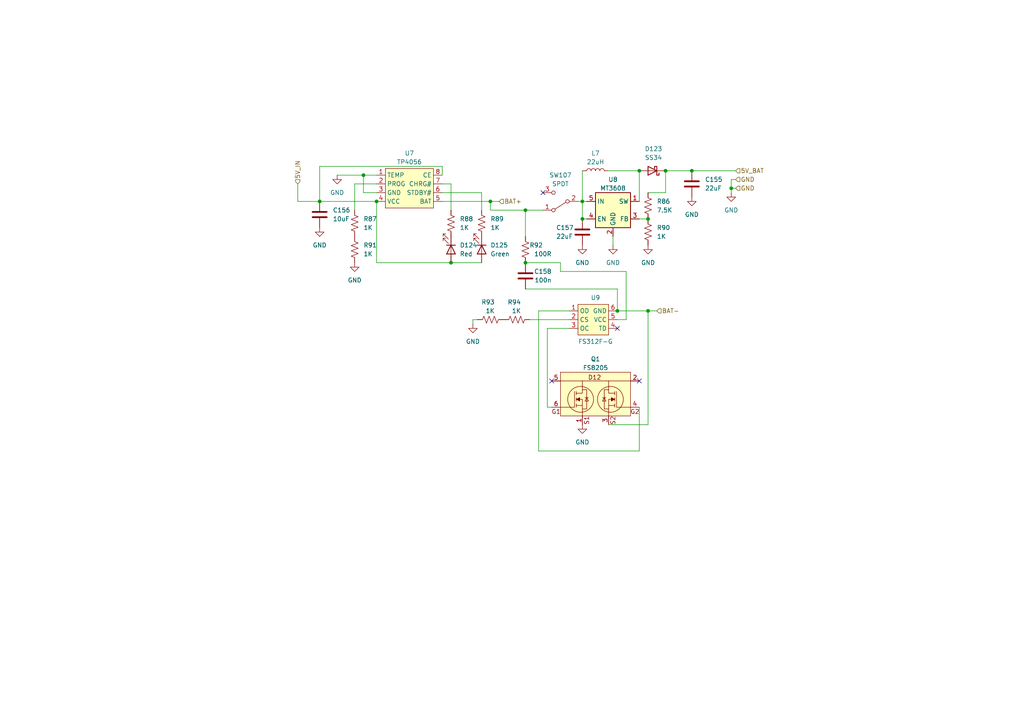
<source format=kicad_sch>
(kicad_sch (version 20211123) (generator eeschema)
  (paper "A4")
  (lib_symbols
    (symbol "Device:C" (pin_numbers hide) (pin_names (offset 0.254))
      (property "Reference" "C" (at 0.635 2.54 0))
      (property "Value" "C" (at 0.635 -2.54 0))
      (symbol "C_0_1"
        (polyline (pts (xy -2.032 -0.762) (xy 2.032 -0.762)) (stroke (width 0.508)))
        (polyline (pts (xy -2.032 0.762) (xy 2.032 0.762)) (stroke (width 0.508)))
      )
      (symbol "C_1_1"
        (pin passive line (at 0 3.81 270) (length 2.794) (name "~") (number "1"))
        (pin passive line (at 0 -3.81 90) (length 2.794) (name "~") (number "2"))
      )
    )
    (symbol "Device:D_Schottky" (pin_numbers hide) (pin_names (offset 1.016) hide)
      (property "Reference" "D" (at 0 2.54 0))
      (property "Value" "D_Schottky" (at 0 -2.54 0))
      (symbol "D_Schottky_0_1"
        (polyline (pts (xy 1.27 0) (xy -1.27 0)))
        (polyline (pts (xy 1.27 1.27) (xy 1.27 -1.27) (xy -1.27 0) (xy 1.27 1.27)) (stroke (width 0.254)))
        (polyline (pts (xy -1.905 0.635) (xy -1.905 1.27) (xy -1.27 1.27) (xy -1.27 -1.27) (xy -0.635 -1.27) (xy -0.635 -0.635)) (stroke (width 0.254)))
      )
      (symbol "D_Schottky_1_1"
        (pin passive line (at -3.81 0 0) (length 2.54) (name "K") (number "1"))
        (pin passive line (at 3.81 0 180) (length 2.54) (name "A") (number "2"))
      )
    )
    (symbol "Device:L" (pin_numbers hide) (pin_names (offset 1.016) hide)
      (property "Reference" "L" (at -1.27 0 90))
      (property "Value" "L" (at 1.905 0 90))
      (symbol "L_0_1"
        (arc (start 0 -2.54) (mid 0.635 -1.905) (end 0 -1.27))
        (arc (start 0 -1.27) (mid 0.635 -0.635) (end 0 0))
        (arc (start 0 0) (mid 0.635 0.635) (end 0 1.27))
        (arc (start 0 1.27) (mid 0.635 1.905) (end 0 2.54))
      )
      (symbol "L_1_1"
        (pin passive line (at 0 3.81 270) (length 1.27) (name "1") (number "1"))
        (pin passive line (at 0 -3.81 90) (length 1.27) (name "2") (number "2"))
      )
    )
    (symbol "Device:LED" (pin_numbers hide) (pin_names (offset 1.016) hide)
      (property "Reference" "D" (at 0 2.54 0))
      (property "Value" "LED" (at 0 -2.54 0))
      (symbol "LED_0_1"
        (polyline (pts (xy -1.27 -1.27) (xy -1.27 1.27)) (stroke (width 0.254)))
        (polyline (pts (xy -1.27 0) (xy 1.27 0)))
        (polyline (pts (xy 1.27 -1.27) (xy 1.27 1.27) (xy -1.27 0) (xy 1.27 -1.27)) (stroke (width 0.254)))
        (polyline (pts (xy -3.048 -0.762) (xy -4.572 -2.286) (xy -3.81 -2.286) (xy -4.572 -2.286) (xy -4.572 -1.524)))
        (polyline (pts (xy -1.778 -0.762) (xy -3.302 -2.286) (xy -2.54 -2.286) (xy -3.302 -2.286) (xy -3.302 -1.524)))
      )
      (symbol "LED_1_1"
        (pin passive line (at -3.81 0 0) (length 2.54) (name "K") (number "1"))
        (pin passive line (at 3.81 0 180) (length 2.54) (name "A") (number "2"))
      )
    )
    (symbol "Device:R_US" (pin_numbers hide) (pin_names (offset 0))
      (property "Reference" "R" (at 2.54 0 90))
      (property "Value" "R_US" (at -2.54 0 90))
      (symbol "R_US_0_1"
        (polyline (pts (xy 0 -2.286) (xy 0 -2.54)))
        (polyline (pts (xy 0 2.286) (xy 0 2.54)))
        (polyline (pts (xy 0 -0.762) (xy 1.016 -1.143) (xy 0 -1.524) (xy -1.016 -1.905) (xy 0 -2.286)))
        (polyline (pts (xy 0 0.762) (xy 1.016 0.381) (xy 0 0) (xy -1.016 -0.381) (xy 0 -0.762)))
        (polyline (pts (xy 0 2.286) (xy 1.016 1.905) (xy 0 1.524) (xy -1.016 1.143) (xy 0 0.762)))
      )
      (symbol "R_US_1_1"
        (pin passive line (at 0 3.81 270) (length 1.27) (name "~") (number "1"))
        (pin passive line (at 0 -3.81 90) (length 1.27) (name "~") (number "2"))
      )
    )
    (symbol "Li-Ion Charge Boost Protect:FS312F-G"
      (property "Reference" "U" (at 0 0.635 0))
      (property "Value" "FS312F-G" (at 0.635 2.54 0))
      (symbol "FS312F-G_0_1"
        (rectangle (start -4.445 -0.635) (end 4.445 -9.525) (stroke (width 0.1524)) (fill (type background)))
      )
      (symbol "FS312F-G_1_1"
        (pin input line (at -6.985 -2.54 0) (length 2.54) (name "OD") (number "1"))
        (pin input line (at -6.985 -5.08 0) (length 2.54) (name "CS") (number "2"))
        (pin input line (at -6.985 -7.62 0) (length 2.54) (name "OC") (number "3"))
        (pin input line (at 6.985 -7.62 180) (length 2.54) (name "TD") (number "4"))
        (pin input line (at 6.985 -5.08 180) (length 2.54) (name "VCC") (number "5"))
        (pin input line (at 6.985 -2.54 180) (length 2.54) (name "GND") (number "6"))
      )
    )
    (symbol "Li-Ion Charge Boost Protect:FS8205"
      (property "Reference" "Q" (at 0 -1.27 0))
      (property "Value" "FS8205" (at 0 1.27 0))
      (symbol "FS8205_0_0"
        (rectangle (start -10.16 -2.54) (end 10.16 -15.24) (stroke (width 0.1524)) (fill (type background)))
        (polyline (pts (xy -10.16 -5.08) (xy -3.81 -5.08)) (stroke (width 0.1524)))
        (polyline (pts (xy -8.382 -12.7) (xy -10.16 -12.7)) (stroke (width 0.1524)))
        (polyline (pts (xy -3.81 -6.858) (xy -3.81 -5.08)) (stroke (width 0.1524)))
        (polyline (pts (xy -3.81 -5.08) (xy 3.048 -5.08)) (stroke (width 0.1524)))
        (polyline (pts (xy 8.382 -12.7) (xy 10.922 -12.7)) (stroke (width 0.1524)))
        (polyline (pts (xy 10.16 -5.08) (xy 3.048 -5.08)) (stroke (width 0.1524)))
        (text "D12" (at -0.254 -4.064 0) (effects (font (size 1.27 1.27))))
        (text "G1" (at -11.43 -13.97 0) (effects (font (size 1.27 1.27))))
        (text "G2" (at 11.43 -13.97 0) (effects (font (size 1.27 1.27))))
        (text "S1" (at -2.54 -16.51 900) (effects (font (size 1.27 1.27))))
        (text "S2" (at 5.08 -16.51 900) (effects (font (size 1.27 1.27))))
      )
      (symbol "FS8205_0_1"
        (circle (center -4.318 -10.414) (radius 3.7503) (stroke (width 0.1524)))
        (polyline (pts (xy -6.858 -12.7) (xy -8.382 -12.7)) (stroke (width 0.1524)))
        (polyline (pts (xy -5.588 -12.192) (xy -3.81 -12.192)) (stroke (width 0.1524)))
        (polyline (pts (xy -5.588 -11.684) (xy -5.588 -12.7)) (stroke (width 0.1524)))
        (polyline (pts (xy -5.588 -9.906) (xy -5.588 -10.922)) (stroke (width 0.1524)))
        (polyline (pts (xy -5.588 -8.128) (xy -5.588 -9.144)) (stroke (width 0.1524)))
        (polyline (pts (xy -3.81 -13.716) (xy -3.81 -15.494)) (stroke (width 0.1524)))
        (polyline (pts (xy -3.048 -9.906) (xy -2.032 -9.906)) (stroke (width 0.1524)))
        (polyline (pts (xy 3.048 -9.906) (xy 2.032 -9.906)) (stroke (width 0.1524)))
        (polyline (pts (xy 3.81 -13.716) (xy 3.81 -15.494)) (stroke (width 0.1524)))
        (polyline (pts (xy 3.81 -6.858) (xy 3.81 -5.08)) (stroke (width 0.1524)))
        (polyline (pts (xy 5.588 -12.192) (xy 3.81 -12.192)) (stroke (width 0.1524)))
        (polyline (pts (xy 5.588 -11.684) (xy 5.588 -12.7)) (stroke (width 0.1524)))
        (polyline (pts (xy 5.588 -9.906) (xy 5.588 -10.922)) (stroke (width 0.1524)))
        (polyline (pts (xy 5.588 -8.128) (xy 5.588 -9.144)) (stroke (width 0.1524)))
        (polyline (pts (xy 6.858 -12.7) (xy 8.382 -12.7)) (stroke (width 0.1524)))
        (polyline (pts (xy -6.096 -8.128) (xy -6.096 -12.7) (xy -6.858 -12.7)) (stroke (width 0.1524)))
        (polyline (pts (xy -5.588 -8.636) (xy -3.81 -8.636) (xy -3.81 -6.858)) (stroke (width 0.1524)))
        (polyline (pts (xy -4.826 -10.414) (xy -3.81 -10.414) (xy -3.81 -13.716)) (stroke (width 0.1524)))
        (polyline (pts (xy 4.826 -10.414) (xy 3.81 -10.414) (xy 3.81 -13.716)) (stroke (width 0.1524)))
        (polyline (pts (xy 5.588 -8.636) (xy 3.81 -8.636) (xy 3.81 -6.858)) (stroke (width 0.1524)))
        (polyline (pts (xy 6.096 -8.128) (xy 6.096 -12.7) (xy 6.858 -12.7)) (stroke (width 0.1524)))
        (polyline (pts (xy -5.588 -10.414) (xy -4.572 -9.906) (xy -4.572 -10.922) (xy -5.588 -10.414)) (stroke (width 0.1524)) (fill (type outline)))
        (polyline (pts (xy -3.81 -13.208) (xy -2.54 -13.208) (xy -2.54 -7.62) (xy -3.81 -7.62)) (stroke (width 0.1524)))
        (polyline (pts (xy -2.54 -9.906) (xy -3.048 -10.922) (xy -2.032 -10.922) (xy -2.54 -9.906)) (stroke (width 0.1524)))
        (polyline (pts (xy 2.54 -9.906) (xy 3.048 -10.922) (xy 2.032 -10.922) (xy 2.54 -9.906)) (stroke (width 0.1524)))
        (polyline (pts (xy 3.81 -13.208) (xy 2.54 -13.208) (xy 2.54 -7.62) (xy 3.81 -7.62)) (stroke (width 0.1524)))
        (polyline (pts (xy 5.588 -10.414) (xy 4.572 -9.906) (xy 4.572 -10.922) (xy 5.588 -10.414)) (stroke (width 0.1524)) (fill (type outline)))
        (circle (center 4.318 -10.414) (radius 3.7503) (stroke (width 0.1524)))
      )
      (symbol "FS8205_1_1"
        (pin unspecified line (at -3.81 -17.78 90) (length 2.54) (name "") (number "1"))
        (pin unspecified line (at 12.7 -5.08 180) (length 2.54) (name "") (number "2"))
        (pin unspecified line (at 3.81 -17.78 90) (length 2.54) (name "") (number "3"))
        (pin unspecified line (at 12.7 -12.7 180) (length 2.54) (name "") (number "4"))
        (pin unspecified line (at -12.7 -5.08 0) (length 2.54) (name "") (number "5"))
        (pin unspecified line (at -12.7 -12.7 0) (length 2.54) (name "") (number "6"))
      )
    )
    (symbol "Li-Ion Charge Boost Protect:TP4056"
      (property "Reference" "U" (at 0 0 0))
      (property "Value" "TP4056" (at 0 1.905 0))
      (symbol "TP4056_0_1"
        (rectangle (start -6.985 -1.905) (end 6.985 -13.335) (stroke (width 0.1524)) (fill (type background)))
      )
      (symbol "TP4056_1_1"
        (pin input line (at -9.525 -3.81 0) (length 2.54) (name "TEMP") (number "1"))
        (pin input line (at -9.525 -6.35 0) (length 2.54) (name "PROG") (number "2"))
        (pin input line (at -9.525 -8.89 0) (length 2.54) (name "GND") (number "3"))
        (pin input line (at -9.525 -11.43 0) (length 2.54) (name "VCC") (number "4"))
        (pin input line (at 9.525 -11.43 180) (length 2.54) (name "BAT") (number "5"))
        (pin input line (at 9.525 -8.89 180) (length 2.54) (name "STDBY#") (number "6"))
        (pin input line (at 9.525 -6.35 180) (length 2.54) (name "CHRG#") (number "7"))
        (pin input line (at 9.525 -3.81 180) (length 2.54) (name "CE") (number "8"))
        (pin no_connect line (at -0.635 -9.525 270) (length 2.54) hide (name "EP") (number "9"))
      )
    )
    (symbol "Regulator_Switching:MT3608"
      (property "Reference" "U" (at -2.54 8.89 0))
      (property "Value" "MT3608" (at -3.81 6.35 0))
      (symbol "MT3608_0_1"
        (rectangle (start -5.08 5.08) (end 5.08 -5.08) (stroke (width 0.254)) (fill (type background)))
      )
      (symbol "MT3608_1_1"
        (pin passive line (at 7.62 2.54 180) (length 2.54) (name "SW") (number "1"))
        (pin power_in line (at 0 -7.62 90) (length 2.54) (name "GND") (number "2"))
        (pin input line (at 7.62 -2.54 180) (length 2.54) (name "FB") (number "3"))
        (pin input line (at -7.62 -2.54 0) (length 2.54) (name "EN") (number "4"))
        (pin power_in line (at -7.62 2.54 0) (length 2.54) (name "IN") (number "5"))
        (pin no_connect line (at 5.08 0 180) (length 2.54) hide (name "NC") (number "6"))
      )
    )
    (symbol "Switch:SW_SPDT" (pin_names (offset 0) hide)
      (property "Reference" "SW" (at 0 4.318 0))
      (property "Value" "SW_SPDT" (at 0 -5.08 0))
      (symbol "SW_SPDT_0_0"
        (circle (center -2.032 0) (radius 0.508))
        (circle (center 2.032 -2.54) (radius 0.508))
      )
      (symbol "SW_SPDT_0_1"
        (polyline (pts (xy -1.524 0.254) (xy 1.651 2.286)))
        (circle (center 2.032 2.54) (radius 0.508))
      )
      (symbol "SW_SPDT_1_1"
        (pin passive line (at 5.08 2.54 180) (length 2.54) (name "A") (number "1"))
        (pin passive line (at -5.08 0 0) (length 2.54) (name "B") (number "2"))
        (pin passive line (at 5.08 -2.54 180) (length 2.54) (name "C") (number "3"))
      )
    )
    (symbol "power:GND" (power) (pin_names (offset 0))
      (property "Value" "GND" (at 0 -3.81 0))
      (symbol "GND_0_1"
        (polyline (pts (xy 0 0) (xy 0 -1.27) (xy 1.27 -1.27) (xy 0 -2.54) (xy -1.27 -1.27) (xy 0 -1.27)))
      )
      (symbol "GND_1_1"
        (pin power_in line (at 0 0 270) (length 0) hide (name "GND") (number "1"))
      )
    )
  )
  (junction (at 200.66 49.53))
  (junction (at 212.09 54.61))
  (junction (at 168.91 63.5))
  (junction (at 142.24 58.42))
  (junction (at 152.4 76.2))
  (junction (at 193.04 49.53))
  (junction (at 168.91 58.42))
  (junction (at 92.71 58.42))
  (junction (at 179.07 90.17))
  (junction (at 152.4 60.96))
  (junction (at 105.41 50.8))
  (junction (at 187.96 90.17))
  (junction (at 130.81 76.2))
  (junction (at 109.22 58.42))
  (junction (at 187.96 63.5))
  (junction (at 185.42 49.53))
  (no_connect (at 179.07 95.25))
  (no_connect (at 157.48 55.88))
  (no_connect (at 185.42 110.49))
  (no_connect (at 160.02 110.49))
  (wire (pts (xy 109.22 58.42) (xy 109.22 76.2)))
  (wire (pts (xy 168.91 58.42) (xy 170.18 58.42)))
  (wire (pts (xy 86.36 53.34) (xy 86.36 58.42)))
  (wire (pts (xy 92.71 48.26) (xy 128.27 48.26)))
  (wire (pts (xy 102.87 60.96) (xy 102.87 53.34)))
  (wire (pts (xy 212.09 52.07) (xy 212.09 54.61)))
  (wire (pts (xy 92.71 58.42) (xy 109.22 58.42)))
  (wire (pts (xy 153.67 92.71) (xy 165.1 92.71)))
  (wire (pts (xy 105.41 50.8) (xy 109.22 50.8)))
  (wire (pts (xy 181.61 78.74) (xy 162.56 78.74)))
  (wire (pts (xy 130.81 76.2) (xy 139.7 76.2)))
  (wire (pts (xy 138.43 92.71) (xy 137.16 92.71)))
  (wire (pts (xy 137.16 92.71) (xy 137.16 93.98)))
  (wire (pts (xy 86.36 58.42) (xy 92.71 58.42)))
  (wire (pts (xy 156.21 130.81) (xy 185.42 130.81)))
  (wire (pts (xy 177.8 68.58) (xy 177.8 71.12)))
  (wire (pts (xy 176.53 123.19) (xy 187.96 123.19)))
  (wire (pts (xy 152.4 60.96) (xy 152.4 68.58)))
  (wire (pts (xy 162.56 76.2) (xy 152.4 76.2)))
  (wire (pts (xy 179.07 83.82) (xy 179.07 90.17)))
  (wire (pts (xy 156.21 90.17) (xy 156.21 130.81)))
  (wire (pts (xy 128.27 53.34) (xy 130.81 53.34)))
  (wire (pts (xy 185.42 63.5) (xy 187.96 63.5)))
  (wire (pts (xy 187.96 55.88) (xy 193.04 55.88)))
  (wire (pts (xy 185.42 49.53) (xy 176.53 49.53)))
  (wire (pts (xy 128.27 58.42) (xy 142.24 58.42)))
  (wire (pts (xy 168.91 49.53) (xy 168.91 58.42)))
  (wire (pts (xy 160.02 118.11) (xy 158.75 118.11)))
  (wire (pts (xy 168.91 58.42) (xy 168.91 63.5)))
  (wire (pts (xy 128.27 55.88) (xy 139.7 55.88)))
  (wire (pts (xy 128.27 50.8) (xy 128.27 48.26)))
  (wire (pts (xy 170.18 63.5) (xy 168.91 63.5)))
  (wire (pts (xy 109.22 55.88) (xy 105.41 55.88)))
  (wire (pts (xy 200.66 49.53) (xy 213.36 49.53)))
  (wire (pts (xy 179.07 92.71) (xy 181.61 92.71)))
  (wire (pts (xy 142.24 60.96) (xy 152.4 60.96)))
  (wire (pts (xy 152.4 83.82) (xy 179.07 83.82)))
  (wire (pts (xy 181.61 92.71) (xy 181.61 78.74)))
  (wire (pts (xy 187.96 90.17) (xy 190.5 90.17)))
  (wire (pts (xy 139.7 55.88) (xy 139.7 60.96)))
  (wire (pts (xy 97.79 50.8) (xy 105.41 50.8)))
  (wire (pts (xy 142.24 58.42) (xy 144.78 58.42)))
  (wire (pts (xy 167.64 58.42) (xy 168.91 58.42)))
  (wire (pts (xy 102.87 53.34) (xy 109.22 53.34)))
  (wire (pts (xy 152.4 60.96) (xy 157.48 60.96)))
  (wire (pts (xy 187.96 90.17) (xy 179.07 90.17)))
  (wire (pts (xy 162.56 78.74) (xy 162.56 76.2)))
  (wire (pts (xy 187.96 123.19) (xy 187.96 90.17)))
  (wire (pts (xy 158.75 95.25) (xy 158.75 118.11)))
  (wire (pts (xy 92.71 48.26) (xy 92.71 58.42)))
  (wire (pts (xy 213.36 54.61) (xy 212.09 54.61)))
  (wire (pts (xy 142.24 58.42) (xy 142.24 60.96)))
  (wire (pts (xy 185.42 118.11) (xy 185.42 130.81)))
  (wire (pts (xy 193.04 55.88) (xy 193.04 49.53)))
  (wire (pts (xy 193.04 49.53) (xy 200.66 49.53)))
  (wire (pts (xy 109.22 76.2) (xy 130.81 76.2)))
  (wire (pts (xy 105.41 55.88) (xy 105.41 50.8)))
  (wire (pts (xy 185.42 58.42) (xy 185.42 49.53)))
  (wire (pts (xy 212.09 54.61) (xy 212.09 55.88)))
  (wire (pts (xy 212.09 52.07) (xy 213.36 52.07)))
  (wire (pts (xy 156.21 90.17) (xy 165.1 90.17)))
  (wire (pts (xy 130.81 53.34) (xy 130.81 60.96)))
  (wire (pts (xy 158.75 95.25) (xy 165.1 95.25)))
  (hierarchical_label "BAT+" (shape input) (at 144.78 58.42 0))
  (hierarchical_label "5V_BAT" (shape input) (at 213.36 49.53 0))
  (hierarchical_label "GND" (shape input) (at 213.36 54.61 0))
  (hierarchical_label "GND" (shape input) (at 213.36 52.07 0))
  (hierarchical_label "BAT-" (shape input) (at 190.5 90.17 0))
  (hierarchical_label "5V_IN" (shape input) (at 86.36 53.34 90))
  (symbol (lib_id "Device:L") (at 172.72 49.53 90) (unit 1)
    (property "Reference" "L7" (at 172.72 44.45 90))
    (property "Value" "22uH" (at 172.72 46.99 90))
    (property "Footprint" "Inductor_SMD:L_7.3x7.3_H4.5" (effects hide))
  )
  (symbol (lib_id "Device:LED") (at 130.81 72.39 270) (unit 1)
    (property "Reference" "D124" (at 133.35 71.12 90) (effects (justify left)))
    (property "Value" "Red" (at 133.35 73.66 90) (effects (justify left)))
    (property "Footprint" "LED_SMD:LED_0805_2012Metric" (effects hide))
  )
  (symbol (lib_id "Device:C") (at 200.66 53.34 180) (unit 1)
    (property "Reference" "C155" (at 204.47 52.07 0) (effects (justify right)))
    (property "Value" "22uF" (at 204.47 54.61 0) (effects (justify right)))
    (property "Footprint" "Capacitor_SMD:C_0603_1608Metric" (effects hide))
  )
  (symbol (lib_id "power:GND") (at 177.8 71.12 0) (unit 1)
    (property "Reference" "#PWR0340" (effects hide))
    (property "Value" "GND" (at 177.8 76.2 0))
  )
  (symbol (lib_id "power:GND") (at 102.87 76.2 0) (unit 1)
    (property "Reference" "#PWR0342" (effects hide))
    (property "Value" "GND" (at 102.87 81.28 0))
  )
  (symbol (lib_id "Li-Ion Charge Boost Protect:FS8205") (at 172.72 105.41 0) (unit 1)
    (property "Reference" "Q1" (at 172.72 104.14 0))
    (property "Value" "FS8205" (at 172.72 106.68 0))
    (property "Footprint" "Package_TO_SOT_SMD:SOT-23-6" (effects hide))
  )
  (symbol (lib_id "Device:R_US") (at 149.86 92.71 90) (unit 1)
    (property "Reference" "R94" (at 151.13 87.63 90) (effects (justify left)))
    (property "Value" "1K" (at 151.1299 90.17 90) (effects (justify left)))
    (property "Footprint" "Resistor_SMD:R_0603_1608Metric" (effects hide))
  )
  (symbol (lib_id "power:GND") (at 97.79 50.8 0) (unit 1)
    (property "Reference" "#PWR0335" (effects hide))
    (property "Value" "GND" (at 97.79 55.88 0))
  )
  (symbol (lib_id "power:GND") (at 200.66 57.15 0) (unit 1)
    (property "Reference" "#PWR0337" (effects hide))
    (property "Value" "GND" (at 200.66 62.23 0))
  )
  (symbol (lib_id "Device:C") (at 152.4 80.01 0) (unit 1)
    (property "Reference" "C158" (at 160.02 78.74 0) (effects (justify right)))
    (property "Value" "100n" (at 160.02 81.28 0) (effects (justify right)))
    (property "Footprint" "Capacitor_SMD:C_0603_1608Metric" (effects hide))
  )
  (symbol (lib_id "power:GND") (at 92.71 66.04 0) (unit 1)
    (property "Reference" "#PWR0338" (effects hide))
    (property "Value" "GND" (at 92.71 71.12 0))
  )
  (symbol (lib_id "Device:R_US") (at 187.96 67.31 0) (unit 1)
    (property "Reference" "R90" (at 190.5 66.0399 0) (effects (justify left)))
    (property "Value" "1K" (at 190.5 68.5799 0) (effects (justify left)))
    (property "Footprint" "Resistor_SMD:R_0603_1608Metric" (effects hide))
  )
  (symbol (lib_id "Device:R_US") (at 102.87 64.77 0) (unit 1)
    (property "Reference" "R87" (at 105.41 63.4999 0) (effects (justify left)))
    (property "Value" "1K" (at 105.41 66.0399 0) (effects (justify left)))
    (property "Footprint" "Resistor_SMD:R_0603_1608Metric" (effects hide))
  )
  (symbol (lib_id "Switch:SW_SPDT") (at 162.56 58.42 180) (unit 1)
    (property "Reference" "SW107" (at 162.56 50.8 0))
    (property "Value" "SPDT" (at 162.56 53.34 0))
    (property "Footprint" "Connector_PinHeader_2.54mm:PinHeader_1x03_P2.54mm_Vertical" (effects hide))
  )
  (symbol (lib_id "Device:R_US") (at 152.4 72.39 180) (unit 1)
    (property "Reference" "R92" (at 157.48 71.12 0) (effects (justify left)))
    (property "Value" "100R" (at 160.02 73.66 0) (effects (justify left)))
    (property "Footprint" "Resistor_SMD:R_0603_1608Metric" (effects hide))
  )
  (symbol (lib_id "power:GND") (at 137.16 93.98 0) (unit 1)
    (property "Reference" "#PWR0343" (effects hide))
    (property "Value" "GND" (at 137.16 99.06 0))
  )
  (symbol (lib_id "Device:LED") (at 139.7 72.39 270) (unit 1)
    (property "Reference" "D125" (at 142.24 71.12 90) (effects (justify left)))
    (property "Value" "Green" (at 142.24 73.66 90) (effects (justify left)))
    (property "Footprint" "LED_SMD:LED_0805_2012Metric" (effects hide))
  )
  (symbol (lib_id "Device:R_US") (at 187.96 59.69 0) (unit 1)
    (property "Reference" "R86" (at 190.5 58.4199 0) (effects (justify left)))
    (property "Value" "7.5K" (at 190.5 60.9599 0) (effects (justify left)))
    (property "Footprint" "Resistor_SMD:R_0603_1608Metric" (effects hide))
  )
  (symbol (lib_id "Device:C") (at 168.91 67.31 180) (unit 1)
    (property "Reference" "C157" (at 161.29 66.04 0) (effects (justify right)))
    (property "Value" "22uF" (at 161.29 68.58 0) (effects (justify right)))
    (property "Footprint" "Capacitor_SMD:C_0603_1608Metric" (effects hide))
  )
  (symbol (lib_id "Device:D_Schottky") (at 189.23 49.53 180) (unit 1)
    (property "Reference" "D123" (at 189.5475 43.18 0))
    (property "Value" "SS34" (at 189.5475 45.72 0))
    (property "Footprint" "Diode_SMD:D_SMC" (effects hide))
  )
  (symbol (lib_id "Regulator_Switching:MT3608") (at 177.8 60.96 0) (unit 1)
    (property "Reference" "U8" (at 177.8 52.07 0))
    (property "Value" "MT3608" (at 177.8 54.61 0))
    (property "Footprint" "Package_TO_SOT_SMD:SOT-23-6" (effects hide))
    (property "Datasheet" "https://www.olimex.com/Products/Breadboarding/BB-PWR-3608/resources/MT3608.pdf" (effects hide))
  )
  (symbol (lib_id "power:GND") (at 168.91 71.12 0) (unit 1)
    (property "Reference" "#PWR0339" (effects hide))
    (property "Value" "GND" (at 168.91 76.2 0))
  )
  (symbol (lib_id "Device:R_US") (at 102.87 72.39 0) (unit 1)
    (property "Reference" "R91" (at 105.41 71.1199 0) (effects (justify left)))
    (property "Value" "1K" (at 105.41 73.6599 0) (effects (justify left)))
    (property "Footprint" "Resistor_SMD:R_0603_1608Metric" (effects hide))
  )
  (symbol (lib_id "Li-Ion Charge Boost Protect:FS312F-G") (at 172.085 87.63 0) (unit 1)
    (property "Reference" "U9" (at 172.72 86.36 0))
    (property "Value" "FS312F-G" (at 172.72 99.06 0))
    (property "Footprint" "Package_TO_SOT_SMD:SOT-23-6" (effects hide))
  )
  (symbol (lib_id "power:GND") (at 212.09 55.88 0) (unit 1)
    (property "Reference" "#PWR0336" (effects hide))
    (property "Value" "GND" (at 212.09 60.96 0))
  )
  (symbol (lib_id "Device:R_US") (at 139.7 64.77 0) (unit 1)
    (property "Reference" "R89" (at 142.24 63.4999 0) (effects (justify left)))
    (property "Value" "1K" (at 142.24 66.0399 0) (effects (justify left)))
    (property "Footprint" "Resistor_SMD:R_0603_1608Metric" (effects hide))
  )
  (symbol (lib_id "power:GND") (at 168.91 123.19 0) (unit 1)
    (property "Reference" "#PWR0344" (effects hide))
    (property "Value" "GND" (at 168.91 128.27 0))
  )
  (symbol (lib_id "Device:R_US") (at 130.81 64.77 0) (unit 1)
    (property "Reference" "R88" (at 133.35 63.4999 0) (effects (justify left)))
    (property "Value" "1K" (at 133.35 66.0399 0) (effects (justify left)))
    (property "Footprint" "Resistor_SMD:R_0603_1608Metric" (effects hide))
  )
  (symbol (lib_id "Device:R_US") (at 142.24 92.71 90) (unit 1)
    (property "Reference" "R93" (at 143.51 87.63 90) (effects (justify left)))
    (property "Value" "1K" (at 143.5099 90.17 90) (effects (justify left)))
    (property "Footprint" "Resistor_SMD:R_0603_1608Metric" (effects hide))
  )
  (symbol (lib_id "Device:C") (at 92.71 62.23 0) (unit 1)
    (property "Reference" "C156" (at 96.52 60.9599 0) (effects (justify left)))
    (property "Value" "10uF" (at 96.52 63.4999 0) (effects (justify left)))
    (property "Footprint" "Capacitor_SMD:C_0603_1608Metric" (effects hide))
  )
  (symbol (lib_id "Li-Ion Charge Boost Protect:TP4056") (at 118.745 46.99 0) (unit 1)
    (property "Reference" "U7" (at 118.745 44.45 0))
    (property "Value" "TP4056" (at 118.745 46.99 0))
    (property "Footprint" "Package_SO:SOP-8-1EP_4.57x4.57mm_P1.27mm_EP4.57x4.45mm_ThermalVias" (effects hide))
  )
  (symbol (lib_id "power:GND") (at 187.96 71.12 0) (unit 1)
    (property "Reference" "#PWR0341" (effects hide))
    (property "Value" "GND" (at 187.96 76.2 0))
  )
)
</source>
